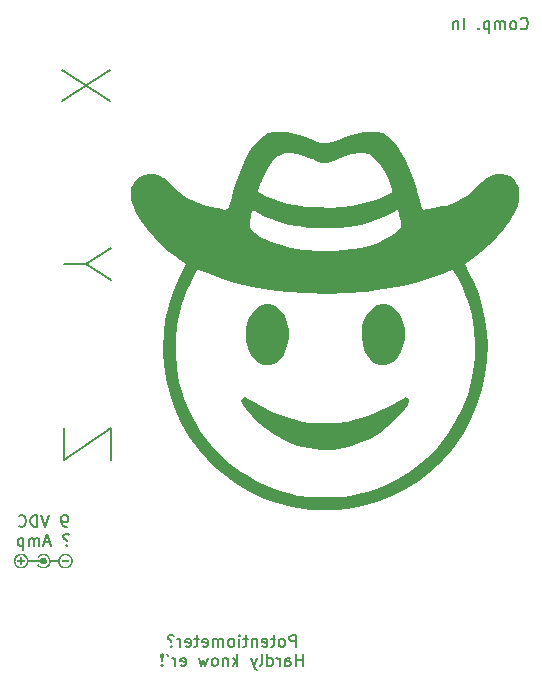
<source format=gbo>
%TF.GenerationSoftware,KiCad,Pcbnew,(5.99.0-9650-gad505e29c0)*%
%TF.CreationDate,2021-03-21T12:39:57-04:00*%
%TF.ProjectId,NTSCope,4e545343-6f70-4652-9e6b-696361645f70,rev?*%
%TF.SameCoordinates,Original*%
%TF.FileFunction,Legend,Bot*%
%TF.FilePolarity,Positive*%
%FSLAX46Y46*%
G04 Gerber Fmt 4.6, Leading zero omitted, Abs format (unit mm)*
G04 Created by KiCad (PCBNEW (5.99.0-9650-gad505e29c0)) date 2021-03-21 12:39:57*
%MOMM*%
%LPD*%
G01*
G04 APERTURE LIST*
%ADD10C,0.150000*%
G04 APERTURE END LIST*
D10*
X130016000Y-62893380D02*
X129825523Y-62893380D01*
X129730285Y-62845761D01*
X129682666Y-62798142D01*
X129587428Y-62655285D01*
X129539809Y-62464809D01*
X129539809Y-62083857D01*
X129587428Y-61988619D01*
X129635047Y-61941000D01*
X129730285Y-61893380D01*
X129920761Y-61893380D01*
X130016000Y-61941000D01*
X130063619Y-61988619D01*
X130111238Y-62083857D01*
X130111238Y-62321952D01*
X130063619Y-62417190D01*
X130016000Y-62464809D01*
X129920761Y-62512428D01*
X129730285Y-62512428D01*
X129635047Y-62464809D01*
X129587428Y-62417190D01*
X129539809Y-62321952D01*
X128492190Y-61893380D02*
X128158857Y-62893380D01*
X127825523Y-61893380D01*
X127492190Y-62893380D02*
X127492190Y-61893380D01*
X127254095Y-61893380D01*
X127111238Y-61941000D01*
X127016000Y-62036238D01*
X126968380Y-62131476D01*
X126920761Y-62321952D01*
X126920761Y-62464809D01*
X126968380Y-62655285D01*
X127016000Y-62750523D01*
X127111238Y-62845761D01*
X127254095Y-62893380D01*
X127492190Y-62893380D01*
X125920761Y-62798142D02*
X125968380Y-62845761D01*
X126111238Y-62893380D01*
X126206476Y-62893380D01*
X126349333Y-62845761D01*
X126444571Y-62750523D01*
X126492190Y-62655285D01*
X126539809Y-62464809D01*
X126539809Y-62321952D01*
X126492190Y-62131476D01*
X126444571Y-62036238D01*
X126349333Y-61941000D01*
X126206476Y-61893380D01*
X126111238Y-61893380D01*
X125968380Y-61941000D01*
X125920761Y-61988619D01*
X129992190Y-64408142D02*
X129944571Y-64455761D01*
X129992190Y-64503380D01*
X130039809Y-64455761D01*
X129992190Y-64408142D01*
X129992190Y-64503380D01*
X130182666Y-63551000D02*
X130087428Y-63503380D01*
X129849333Y-63503380D01*
X129754095Y-63551000D01*
X129706476Y-63646238D01*
X129706476Y-63741476D01*
X129754095Y-63836714D01*
X129801714Y-63884333D01*
X129896952Y-63931952D01*
X129944571Y-63979571D01*
X129992190Y-64074809D01*
X129992190Y-64122428D01*
X128563619Y-64217666D02*
X128087428Y-64217666D01*
X128658857Y-64503380D02*
X128325523Y-63503380D01*
X127992190Y-64503380D01*
X127658857Y-64503380D02*
X127658857Y-63836714D01*
X127658857Y-63931952D02*
X127611238Y-63884333D01*
X127516000Y-63836714D01*
X127373142Y-63836714D01*
X127277904Y-63884333D01*
X127230285Y-63979571D01*
X127230285Y-64503380D01*
X127230285Y-63979571D02*
X127182666Y-63884333D01*
X127087428Y-63836714D01*
X126944571Y-63836714D01*
X126849333Y-63884333D01*
X126801714Y-63979571D01*
X126801714Y-64503380D01*
X126325523Y-63836714D02*
X126325523Y-64836714D01*
X126325523Y-63884333D02*
X126230285Y-63836714D01*
X126039809Y-63836714D01*
X125944571Y-63884333D01*
X125896952Y-63931952D01*
X125849333Y-64027190D01*
X125849333Y-64312904D01*
X125896952Y-64408142D01*
X125944571Y-64455761D01*
X126039809Y-64503380D01*
X126230285Y-64503380D01*
X126325523Y-64455761D01*
X149422761Y-73053380D02*
X149422761Y-72053380D01*
X149041809Y-72053380D01*
X148946571Y-72101000D01*
X148898952Y-72148619D01*
X148851333Y-72243857D01*
X148851333Y-72386714D01*
X148898952Y-72481952D01*
X148946571Y-72529571D01*
X149041809Y-72577190D01*
X149422761Y-72577190D01*
X148279904Y-73053380D02*
X148375142Y-73005761D01*
X148422761Y-72958142D01*
X148470380Y-72862904D01*
X148470380Y-72577190D01*
X148422761Y-72481952D01*
X148375142Y-72434333D01*
X148279904Y-72386714D01*
X148137047Y-72386714D01*
X148041809Y-72434333D01*
X147994190Y-72481952D01*
X147946571Y-72577190D01*
X147946571Y-72862904D01*
X147994190Y-72958142D01*
X148041809Y-73005761D01*
X148137047Y-73053380D01*
X148279904Y-73053380D01*
X147660857Y-72386714D02*
X147279904Y-72386714D01*
X147518000Y-72053380D02*
X147518000Y-72910523D01*
X147470380Y-73005761D01*
X147375142Y-73053380D01*
X147279904Y-73053380D01*
X146565619Y-73005761D02*
X146660857Y-73053380D01*
X146851333Y-73053380D01*
X146946571Y-73005761D01*
X146994190Y-72910523D01*
X146994190Y-72529571D01*
X146946571Y-72434333D01*
X146851333Y-72386714D01*
X146660857Y-72386714D01*
X146565619Y-72434333D01*
X146518000Y-72529571D01*
X146518000Y-72624809D01*
X146994190Y-72720047D01*
X146089428Y-72386714D02*
X146089428Y-73053380D01*
X146089428Y-72481952D02*
X146041809Y-72434333D01*
X145946571Y-72386714D01*
X145803714Y-72386714D01*
X145708476Y-72434333D01*
X145660857Y-72529571D01*
X145660857Y-73053380D01*
X145327523Y-72386714D02*
X144946571Y-72386714D01*
X145184666Y-72053380D02*
X145184666Y-72910523D01*
X145137047Y-73005761D01*
X145041809Y-73053380D01*
X144946571Y-73053380D01*
X144613238Y-73053380D02*
X144613238Y-72386714D01*
X144613238Y-72053380D02*
X144660857Y-72101000D01*
X144613238Y-72148619D01*
X144565619Y-72101000D01*
X144613238Y-72053380D01*
X144613238Y-72148619D01*
X143994190Y-73053380D02*
X144089428Y-73005761D01*
X144137047Y-72958142D01*
X144184666Y-72862904D01*
X144184666Y-72577190D01*
X144137047Y-72481952D01*
X144089428Y-72434333D01*
X143994190Y-72386714D01*
X143851333Y-72386714D01*
X143756095Y-72434333D01*
X143708476Y-72481952D01*
X143660857Y-72577190D01*
X143660857Y-72862904D01*
X143708476Y-72958142D01*
X143756095Y-73005761D01*
X143851333Y-73053380D01*
X143994190Y-73053380D01*
X143232285Y-73053380D02*
X143232285Y-72386714D01*
X143232285Y-72481952D02*
X143184666Y-72434333D01*
X143089428Y-72386714D01*
X142946571Y-72386714D01*
X142851333Y-72434333D01*
X142803714Y-72529571D01*
X142803714Y-73053380D01*
X142803714Y-72529571D02*
X142756095Y-72434333D01*
X142660857Y-72386714D01*
X142518000Y-72386714D01*
X142422761Y-72434333D01*
X142375142Y-72529571D01*
X142375142Y-73053380D01*
X141518000Y-73005761D02*
X141613238Y-73053380D01*
X141803714Y-73053380D01*
X141898952Y-73005761D01*
X141946571Y-72910523D01*
X141946571Y-72529571D01*
X141898952Y-72434333D01*
X141803714Y-72386714D01*
X141613238Y-72386714D01*
X141518000Y-72434333D01*
X141470380Y-72529571D01*
X141470380Y-72624809D01*
X141946571Y-72720047D01*
X141184666Y-72386714D02*
X140803714Y-72386714D01*
X141041809Y-72053380D02*
X141041809Y-72910523D01*
X140994190Y-73005761D01*
X140898952Y-73053380D01*
X140803714Y-73053380D01*
X140089428Y-73005761D02*
X140184666Y-73053380D01*
X140375142Y-73053380D01*
X140470380Y-73005761D01*
X140518000Y-72910523D01*
X140518000Y-72529571D01*
X140470380Y-72434333D01*
X140375142Y-72386714D01*
X140184666Y-72386714D01*
X140089428Y-72434333D01*
X140041809Y-72529571D01*
X140041809Y-72624809D01*
X140518000Y-72720047D01*
X139613238Y-73053380D02*
X139613238Y-72386714D01*
X139613238Y-72577190D02*
X139565619Y-72481952D01*
X139518000Y-72434333D01*
X139422761Y-72386714D01*
X139327523Y-72386714D01*
X138851333Y-72958142D02*
X138803714Y-73005761D01*
X138851333Y-73053380D01*
X138898952Y-73005761D01*
X138851333Y-72958142D01*
X138851333Y-73053380D01*
X139041809Y-72101000D02*
X138946571Y-72053380D01*
X138708476Y-72053380D01*
X138613238Y-72101000D01*
X138565619Y-72196238D01*
X138565619Y-72291476D01*
X138613238Y-72386714D01*
X138660857Y-72434333D01*
X138756095Y-72481952D01*
X138803714Y-72529571D01*
X138851333Y-72624809D01*
X138851333Y-72672428D01*
X149970380Y-74663380D02*
X149970380Y-73663380D01*
X149970380Y-74139571D02*
X149398952Y-74139571D01*
X149398952Y-74663380D02*
X149398952Y-73663380D01*
X148494190Y-74663380D02*
X148494190Y-74139571D01*
X148541809Y-74044333D01*
X148637047Y-73996714D01*
X148827523Y-73996714D01*
X148922761Y-74044333D01*
X148494190Y-74615761D02*
X148589428Y-74663380D01*
X148827523Y-74663380D01*
X148922761Y-74615761D01*
X148970380Y-74520523D01*
X148970380Y-74425285D01*
X148922761Y-74330047D01*
X148827523Y-74282428D01*
X148589428Y-74282428D01*
X148494190Y-74234809D01*
X148018000Y-74663380D02*
X148018000Y-73996714D01*
X148018000Y-74187190D02*
X147970380Y-74091952D01*
X147922761Y-74044333D01*
X147827523Y-73996714D01*
X147732285Y-73996714D01*
X146970380Y-74663380D02*
X146970380Y-73663380D01*
X146970380Y-74615761D02*
X147065619Y-74663380D01*
X147256095Y-74663380D01*
X147351333Y-74615761D01*
X147398952Y-74568142D01*
X147446571Y-74472904D01*
X147446571Y-74187190D01*
X147398952Y-74091952D01*
X147351333Y-74044333D01*
X147256095Y-73996714D01*
X147065619Y-73996714D01*
X146970380Y-74044333D01*
X146351333Y-74663380D02*
X146446571Y-74615761D01*
X146494190Y-74520523D01*
X146494190Y-73663380D01*
X146065619Y-73996714D02*
X145827523Y-74663380D01*
X145589428Y-73996714D02*
X145827523Y-74663380D01*
X145922761Y-74901476D01*
X145970380Y-74949095D01*
X146065619Y-74996714D01*
X144446571Y-74663380D02*
X144446571Y-73663380D01*
X144351333Y-74282428D02*
X144065619Y-74663380D01*
X144065619Y-73996714D02*
X144446571Y-74377666D01*
X143637047Y-73996714D02*
X143637047Y-74663380D01*
X143637047Y-74091952D02*
X143589428Y-74044333D01*
X143494190Y-73996714D01*
X143351333Y-73996714D01*
X143256095Y-74044333D01*
X143208476Y-74139571D01*
X143208476Y-74663380D01*
X142589428Y-74663380D02*
X142684666Y-74615761D01*
X142732285Y-74568142D01*
X142779904Y-74472904D01*
X142779904Y-74187190D01*
X142732285Y-74091952D01*
X142684666Y-74044333D01*
X142589428Y-73996714D01*
X142446571Y-73996714D01*
X142351333Y-74044333D01*
X142303714Y-74091952D01*
X142256095Y-74187190D01*
X142256095Y-74472904D01*
X142303714Y-74568142D01*
X142351333Y-74615761D01*
X142446571Y-74663380D01*
X142589428Y-74663380D01*
X141922761Y-73996714D02*
X141732285Y-74663380D01*
X141541809Y-74187190D01*
X141351333Y-74663380D01*
X141160857Y-73996714D01*
X139637047Y-74615761D02*
X139732285Y-74663380D01*
X139922761Y-74663380D01*
X140018000Y-74615761D01*
X140065619Y-74520523D01*
X140065619Y-74139571D01*
X140018000Y-74044333D01*
X139922761Y-73996714D01*
X139732285Y-73996714D01*
X139637047Y-74044333D01*
X139589428Y-74139571D01*
X139589428Y-74234809D01*
X140065619Y-74330047D01*
X139160857Y-74663380D02*
X139160857Y-73996714D01*
X139160857Y-74187190D02*
X139113238Y-74091952D01*
X139065619Y-74044333D01*
X138970380Y-73996714D01*
X138875142Y-73996714D01*
X138494190Y-73663380D02*
X138589428Y-73853857D01*
X138065619Y-74568142D02*
X138018000Y-74615761D01*
X138065619Y-74663380D01*
X138113238Y-74615761D01*
X138065619Y-74568142D01*
X138065619Y-74663380D01*
X138065619Y-74282428D02*
X138113238Y-73711000D01*
X138065619Y-73663380D01*
X138018000Y-73711000D01*
X138065619Y-74282428D01*
X138065619Y-73663380D01*
X168433428Y-20677142D02*
X168481047Y-20724761D01*
X168623904Y-20772380D01*
X168719142Y-20772380D01*
X168862000Y-20724761D01*
X168957238Y-20629523D01*
X169004857Y-20534285D01*
X169052476Y-20343809D01*
X169052476Y-20200952D01*
X169004857Y-20010476D01*
X168957238Y-19915238D01*
X168862000Y-19820000D01*
X168719142Y-19772380D01*
X168623904Y-19772380D01*
X168481047Y-19820000D01*
X168433428Y-19867619D01*
X167862000Y-20772380D02*
X167957238Y-20724761D01*
X168004857Y-20677142D01*
X168052476Y-20581904D01*
X168052476Y-20296190D01*
X168004857Y-20200952D01*
X167957238Y-20153333D01*
X167862000Y-20105714D01*
X167719142Y-20105714D01*
X167623904Y-20153333D01*
X167576285Y-20200952D01*
X167528666Y-20296190D01*
X167528666Y-20581904D01*
X167576285Y-20677142D01*
X167623904Y-20724761D01*
X167719142Y-20772380D01*
X167862000Y-20772380D01*
X167100095Y-20772380D02*
X167100095Y-20105714D01*
X167100095Y-20200952D02*
X167052476Y-20153333D01*
X166957238Y-20105714D01*
X166814380Y-20105714D01*
X166719142Y-20153333D01*
X166671523Y-20248571D01*
X166671523Y-20772380D01*
X166671523Y-20248571D02*
X166623904Y-20153333D01*
X166528666Y-20105714D01*
X166385809Y-20105714D01*
X166290571Y-20153333D01*
X166242952Y-20248571D01*
X166242952Y-20772380D01*
X165766761Y-20105714D02*
X165766761Y-21105714D01*
X165766761Y-20153333D02*
X165671523Y-20105714D01*
X165481047Y-20105714D01*
X165385809Y-20153333D01*
X165338190Y-20200952D01*
X165290571Y-20296190D01*
X165290571Y-20581904D01*
X165338190Y-20677142D01*
X165385809Y-20724761D01*
X165481047Y-20772380D01*
X165671523Y-20772380D01*
X165766761Y-20724761D01*
X164862000Y-20677142D02*
X164814380Y-20724761D01*
X164862000Y-20772380D01*
X164909619Y-20724761D01*
X164862000Y-20677142D01*
X164862000Y-20772380D01*
X163623904Y-20772380D02*
X163623904Y-19772380D01*
X163147714Y-20105714D02*
X163147714Y-20772380D01*
X163147714Y-20200952D02*
X163100095Y-20153333D01*
X163004857Y-20105714D01*
X162862000Y-20105714D01*
X162766761Y-20153333D01*
X162719142Y-20248571D01*
X162719142Y-20772380D01*
X133762476Y-57213333D02*
X133762476Y-54546666D01*
X129762476Y-57213333D01*
X129762476Y-54546666D01*
X131667238Y-40640000D02*
X129762476Y-40640000D01*
X133762476Y-41973333D02*
X131667238Y-40640000D01*
X133762476Y-39306666D01*
X129635523Y-24193666D02*
X133635523Y-26860333D01*
X129635523Y-26860333D02*
X133635523Y-24193666D01*
%TO.C,G\u002A\u002A\u002A*%
G36*
X166441584Y-38365958D02*
G01*
X165783578Y-39031264D01*
X165070324Y-39648007D01*
X164317044Y-40198474D01*
X163676558Y-40624863D01*
X164095525Y-41437923D01*
X164447255Y-42160786D01*
X164871397Y-43196523D01*
X165195276Y-44234299D01*
X165429844Y-45311035D01*
X165586051Y-46463656D01*
X165642279Y-47379865D01*
X165646643Y-47450974D01*
X165612335Y-48751945D01*
X165451916Y-50048009D01*
X165168741Y-51327316D01*
X164766164Y-52578013D01*
X164247540Y-53788249D01*
X163616223Y-54946172D01*
X162875567Y-56039932D01*
X162620208Y-56359479D01*
X162264324Y-56767413D01*
X161861666Y-57200449D01*
X161441937Y-57627606D01*
X161034841Y-58017900D01*
X160670083Y-58340350D01*
X159836102Y-58980847D01*
X158720732Y-59690008D01*
X157536788Y-60291367D01*
X156295574Y-60779972D01*
X155008392Y-61150874D01*
X153686547Y-61399120D01*
X153570693Y-61413924D01*
X153061160Y-61458224D01*
X152471138Y-61483784D01*
X151841119Y-61490609D01*
X151211596Y-61478703D01*
X150623059Y-61448071D01*
X150116000Y-61398718D01*
X149093639Y-61224976D01*
X147813910Y-60890071D01*
X146567185Y-60432527D01*
X145366324Y-59857919D01*
X144224189Y-59171825D01*
X143153639Y-58379820D01*
X143045475Y-58288984D01*
X142696717Y-57973612D01*
X142307319Y-57595381D01*
X141905782Y-57183961D01*
X141520604Y-56769026D01*
X141180284Y-56380246D01*
X140913320Y-56047294D01*
X140384285Y-55289109D01*
X139709097Y-54132429D01*
X139150352Y-52923538D01*
X138710785Y-51672120D01*
X138393130Y-50387863D01*
X138200123Y-49080453D01*
X138158385Y-48240353D01*
X139218633Y-48240353D01*
X139313531Y-49437493D01*
X139515540Y-50601672D01*
X139824577Y-51709851D01*
X139865449Y-51827637D01*
X140092084Y-52409858D01*
X140370363Y-53037548D01*
X140679139Y-53667129D01*
X140997265Y-54255026D01*
X141303595Y-54757660D01*
X141568343Y-55140619D01*
X142249599Y-55996735D01*
X143022592Y-56816297D01*
X143858795Y-57570391D01*
X144729681Y-58230107D01*
X145222467Y-58546981D01*
X146044130Y-59002263D01*
X146925068Y-59414862D01*
X147829332Y-59769781D01*
X148720971Y-60052026D01*
X149564034Y-60246601D01*
X149870138Y-60291183D01*
X150327984Y-60336212D01*
X150856691Y-60371681D01*
X151422665Y-60396523D01*
X151992311Y-60409669D01*
X152532034Y-60410050D01*
X153008239Y-60396597D01*
X153387332Y-60368240D01*
X153548102Y-60348708D01*
X154643376Y-60149222D01*
X155754355Y-59837173D01*
X156853504Y-59422744D01*
X157913291Y-58916117D01*
X158906180Y-58327471D01*
X159566851Y-57859482D01*
X160532554Y-57044407D01*
X161414125Y-56133051D01*
X162204510Y-55134654D01*
X162896658Y-54058452D01*
X163483515Y-52913687D01*
X163958028Y-51709595D01*
X164177515Y-50974608D01*
X164419621Y-49807503D01*
X164549990Y-48602396D01*
X164568632Y-47379865D01*
X164475556Y-46160494D01*
X164270773Y-44964861D01*
X163954291Y-43813548D01*
X163886108Y-43619583D01*
X163755536Y-43284140D01*
X163601215Y-42918128D01*
X163432474Y-42540727D01*
X163258644Y-42171116D01*
X163089055Y-41828473D01*
X162933035Y-41531978D01*
X162799915Y-41300808D01*
X162699024Y-41154143D01*
X162639693Y-41111162D01*
X161612650Y-41533240D01*
X160542976Y-41922041D01*
X159501726Y-42241019D01*
X158452048Y-42500265D01*
X157357090Y-42709869D01*
X156180002Y-42879923D01*
X155336607Y-42974790D01*
X153659120Y-43102472D01*
X151992617Y-43150055D01*
X150349912Y-43118891D01*
X148743822Y-43010332D01*
X147187162Y-42825728D01*
X145692747Y-42566433D01*
X144273395Y-42233797D01*
X142941920Y-41829173D01*
X141711138Y-41353911D01*
X141417955Y-41231839D01*
X141216180Y-41162043D01*
X141095729Y-41143150D01*
X141037947Y-41170064D01*
X140924643Y-41360399D01*
X140771960Y-41653162D01*
X140595725Y-42015878D01*
X140408380Y-42421024D01*
X140222368Y-42841078D01*
X140050133Y-43248518D01*
X139904116Y-43615821D01*
X139796760Y-43915466D01*
X139577423Y-44681576D01*
X139350496Y-45839355D01*
X139230927Y-47033294D01*
X139218633Y-48240353D01*
X138158385Y-48240353D01*
X138134499Y-47759574D01*
X138198993Y-46434913D01*
X138344242Y-45375115D01*
X138633970Y-44103015D01*
X139049113Y-42860007D01*
X139593438Y-41633123D01*
X140100679Y-40616309D01*
X139562854Y-40265467D01*
X139402151Y-40158392D01*
X138676208Y-39618395D01*
X137985741Y-39015020D01*
X137345872Y-38365814D01*
X136771723Y-37688321D01*
X136532440Y-37354487D01*
X145477608Y-37354487D01*
X145483816Y-37460415D01*
X145515469Y-37541336D01*
X145572235Y-37626591D01*
X145641956Y-37716646D01*
X145962068Y-38023466D01*
X146393447Y-38319735D01*
X146919271Y-38598153D01*
X147522715Y-38851422D01*
X148186955Y-39072242D01*
X148895167Y-39253314D01*
X149630526Y-39387338D01*
X149951043Y-39426306D01*
X150469850Y-39469677D01*
X151053341Y-39501604D01*
X151662527Y-39520956D01*
X152258417Y-39526606D01*
X152802021Y-39517424D01*
X153254348Y-39492280D01*
X153391236Y-39479930D01*
X154173645Y-39384111D01*
X154932919Y-39250690D01*
X155614819Y-39088935D01*
X155846151Y-39018976D01*
X156331257Y-38838144D01*
X156813641Y-38617825D01*
X157268019Y-38372265D01*
X157669108Y-38115708D01*
X157991624Y-37862402D01*
X158210283Y-37626591D01*
X158246707Y-37574230D01*
X158288737Y-37495077D01*
X158305457Y-37402994D01*
X158296538Y-37268641D01*
X158261649Y-37062677D01*
X158200457Y-36755762D01*
X158154832Y-36535269D01*
X158101006Y-36287719D01*
X158060101Y-36114361D01*
X158038515Y-36043337D01*
X158034779Y-36041477D01*
X157959827Y-36069441D01*
X157829511Y-36151276D01*
X157735743Y-36215104D01*
X157238042Y-36498607D01*
X156638090Y-36767603D01*
X155960997Y-37013671D01*
X155231875Y-37228390D01*
X154475834Y-37403338D01*
X153717986Y-37530094D01*
X153187622Y-37586355D01*
X152308230Y-37628854D01*
X151388383Y-37619684D01*
X150469572Y-37560774D01*
X149593289Y-37454053D01*
X148801026Y-37301450D01*
X148571281Y-37243792D01*
X147968187Y-37065665D01*
X147374089Y-36854957D01*
X146819712Y-36624075D01*
X146335777Y-36385424D01*
X145953007Y-36151411D01*
X145931631Y-36136559D01*
X145806832Y-36061286D01*
X145744003Y-36043337D01*
X145729596Y-36086938D01*
X145692741Y-36238318D01*
X145641431Y-36470640D01*
X145582061Y-36755762D01*
X145542851Y-36950251D01*
X145497176Y-37194212D01*
X145477608Y-37354487D01*
X136532440Y-37354487D01*
X136278417Y-37000089D01*
X135881078Y-36318663D01*
X135594827Y-35661589D01*
X135536512Y-35462595D01*
X135471432Y-35076921D01*
X135452849Y-34678512D01*
X135481751Y-34312759D01*
X135559129Y-34025055D01*
X135591231Y-33955058D01*
X135847887Y-33557689D01*
X136177476Y-33264801D01*
X136566566Y-33080862D01*
X137001729Y-33010342D01*
X137469532Y-33057707D01*
X137956546Y-33227427D01*
X138005500Y-33251008D01*
X138241549Y-33382120D01*
X138469008Y-33545071D01*
X138718442Y-33763854D01*
X139020420Y-34062459D01*
X139276417Y-34316496D01*
X139533109Y-34557077D01*
X139758463Y-34754823D01*
X139922673Y-34882643D01*
X140172448Y-35041717D01*
X140923438Y-35420223D01*
X141771800Y-35716227D01*
X142710437Y-35927072D01*
X142788688Y-35940527D01*
X143141947Y-36001279D01*
X143390649Y-36031870D01*
X143558084Y-36019542D01*
X143667538Y-35951541D01*
X143742299Y-35815109D01*
X143805655Y-35597491D01*
X143880894Y-35285931D01*
X144085143Y-34513937D01*
X146172934Y-34513937D01*
X146201564Y-34550822D01*
X146320884Y-34634763D01*
X146501445Y-34735369D01*
X146809165Y-34883049D01*
X147731384Y-35242574D01*
X148743984Y-35525867D01*
X149830002Y-35727870D01*
X150298019Y-35785410D01*
X151271118Y-35853975D01*
X152270559Y-35863216D01*
X153247759Y-35813393D01*
X154154138Y-35704766D01*
X154816590Y-35576619D01*
X155513172Y-35400426D01*
X156182357Y-35191432D01*
X156788950Y-34960674D01*
X157297754Y-34719186D01*
X157314720Y-34709984D01*
X157459143Y-34627087D01*
X157546653Y-34549355D01*
X157579045Y-34450945D01*
X157558115Y-34306016D01*
X157485659Y-34088726D01*
X157363471Y-33773234D01*
X157202661Y-33390827D01*
X156914948Y-32814309D01*
X156604886Y-32308962D01*
X156283222Y-31889836D01*
X155960700Y-31571983D01*
X155648065Y-31370453D01*
X155587031Y-31344917D01*
X155197643Y-31258164D01*
X154727006Y-31261112D01*
X154187631Y-31351818D01*
X153592027Y-31528342D01*
X152952706Y-31788742D01*
X152757294Y-31875219D01*
X152349452Y-32022620D01*
X151991314Y-32087672D01*
X151644349Y-32070377D01*
X151270025Y-31970733D01*
X150829812Y-31788742D01*
X150694151Y-31727891D01*
X150063732Y-31484864D01*
X149480223Y-31326027D01*
X148955953Y-31253279D01*
X148503253Y-31268520D01*
X148134453Y-31373648D01*
X147754300Y-31619582D01*
X147385894Y-31998487D01*
X147032175Y-32508696D01*
X146693530Y-33149733D01*
X146636007Y-33274746D01*
X146498934Y-33589500D01*
X146372978Y-33899916D01*
X146269251Y-34176874D01*
X146198866Y-34391255D01*
X146172934Y-34513937D01*
X144085143Y-34513937D01*
X144087977Y-34503226D01*
X144392334Y-33530818D01*
X144726352Y-32642554D01*
X145085528Y-31848165D01*
X145465359Y-31157380D01*
X145861344Y-30579929D01*
X146268980Y-30125540D01*
X146271029Y-30123603D01*
X146662691Y-29800125D01*
X147048095Y-29588272D01*
X147462719Y-29473537D01*
X147942041Y-29441412D01*
X147969919Y-29441679D01*
X148332909Y-29453537D01*
X148669031Y-29484784D01*
X149002905Y-29541442D01*
X149359147Y-29629534D01*
X149762374Y-29755082D01*
X150237204Y-29924110D01*
X150808255Y-30142641D01*
X151196427Y-30278553D01*
X151637349Y-30375440D01*
X152052627Y-30385083D01*
X152484264Y-30307484D01*
X152974263Y-30142641D01*
X153019201Y-30125093D01*
X153582488Y-29910334D01*
X154051330Y-29744644D01*
X154450344Y-29621999D01*
X154804149Y-29536375D01*
X155137361Y-29481752D01*
X155474598Y-29452105D01*
X155840477Y-29441412D01*
X155843113Y-29441391D01*
X156322020Y-29473896D01*
X156736408Y-29589084D01*
X157121754Y-29801463D01*
X157513538Y-30125540D01*
X157854843Y-30497097D01*
X158248960Y-31049507D01*
X158628684Y-31714713D01*
X158988979Y-32481837D01*
X159324807Y-33339999D01*
X159631133Y-34278323D01*
X159677695Y-34450945D01*
X159902919Y-35285931D01*
X159960916Y-35521884D01*
X160025324Y-35764760D01*
X160077331Y-35915460D01*
X160127567Y-35995929D01*
X160186664Y-36028116D01*
X160265252Y-36033967D01*
X160402442Y-36025457D01*
X160678652Y-35988904D01*
X161022361Y-35930027D01*
X161398148Y-35855927D01*
X161770593Y-35773705D01*
X162104274Y-35690462D01*
X162363772Y-35613296D01*
X162924418Y-35400069D01*
X163409726Y-35160954D01*
X163854439Y-34873404D01*
X164293561Y-34514784D01*
X164762098Y-34062459D01*
X165182743Y-33662435D01*
X165576132Y-33360847D01*
X165950422Y-33158773D01*
X166324938Y-33045836D01*
X166719008Y-33011658D01*
X166825325Y-33015317D01*
X167273575Y-33107093D01*
X167667953Y-33314445D01*
X167993091Y-33626995D01*
X168233619Y-34034367D01*
X168275214Y-34154421D01*
X168331151Y-34502007D01*
X168330149Y-34907586D01*
X168273963Y-35328413D01*
X168164347Y-35721745D01*
X167931868Y-36255810D01*
X167530952Y-36960517D01*
X167217890Y-37402994D01*
X167029116Y-37669805D01*
X166441584Y-38365958D01*
G37*
G36*
X145336516Y-52036392D02*
G01*
X145674243Y-52231886D01*
X145837029Y-52335241D01*
X146577028Y-52750438D01*
X147403497Y-53139045D01*
X148279211Y-53485996D01*
X149166947Y-53776225D01*
X150029479Y-53994664D01*
X150104950Y-54010377D01*
X150405739Y-54065386D01*
X150699893Y-54103346D01*
X151022283Y-54127029D01*
X151407781Y-54139206D01*
X151891259Y-54142649D01*
X152015612Y-54142478D01*
X152472912Y-54137231D01*
X152840434Y-54122597D01*
X153153048Y-54095806D01*
X153445626Y-54054086D01*
X153753039Y-53994664D01*
X154603083Y-53780189D01*
X155544964Y-53471216D01*
X156473341Y-53097482D01*
X157348741Y-52674990D01*
X158131690Y-52219739D01*
X158201893Y-52174772D01*
X158426803Y-52038556D01*
X158581036Y-51965965D01*
X158694377Y-51945644D01*
X158796612Y-51966236D01*
X158902928Y-52018378D01*
X158993376Y-52141087D01*
X158983105Y-52319306D01*
X158870750Y-52561814D01*
X158654947Y-52877390D01*
X158580375Y-52973478D01*
X158274827Y-53332577D01*
X157911005Y-53720966D01*
X157523087Y-54104476D01*
X157145252Y-54448937D01*
X156811678Y-54720180D01*
X156501723Y-54939220D01*
X155666408Y-55432462D01*
X154775197Y-55833297D01*
X153857671Y-56129571D01*
X152943413Y-56309133D01*
X152518477Y-56353021D01*
X151496345Y-56366569D01*
X150489754Y-56251331D01*
X149506991Y-56010241D01*
X148556348Y-55646229D01*
X147646115Y-55162230D01*
X146784580Y-54561175D01*
X145980035Y-53845997D01*
X145683734Y-53536997D01*
X145394863Y-53208155D01*
X145145578Y-52896152D01*
X144950014Y-52619752D01*
X144822309Y-52397716D01*
X144776599Y-52248807D01*
X144802886Y-52070740D01*
X144903055Y-51955777D01*
X145080192Y-51944342D01*
X145336516Y-52036392D01*
G37*
G36*
X157067884Y-44059750D02*
G01*
X157441830Y-44197711D01*
X157791576Y-44451264D01*
X158106041Y-44816802D01*
X158374141Y-45290717D01*
X158466064Y-45517083D01*
X158600212Y-46035165D01*
X158646071Y-46567083D01*
X158609784Y-47095220D01*
X158497499Y-47601961D01*
X158315358Y-48069688D01*
X158069509Y-48480784D01*
X157766095Y-48817633D01*
X157411262Y-49062618D01*
X157011154Y-49198123D01*
X156792634Y-49217954D01*
X156403800Y-49158457D01*
X156040017Y-48985138D01*
X155711874Y-48710217D01*
X155429955Y-48345916D01*
X155204850Y-47904455D01*
X155047145Y-47398057D01*
X154967426Y-46838941D01*
X154959912Y-46544424D01*
X155022587Y-45927041D01*
X155189596Y-45363131D01*
X155455438Y-44868153D01*
X155814614Y-44457565D01*
X155911684Y-44375497D01*
X156291728Y-44145035D01*
X156680823Y-44040989D01*
X157067884Y-44059750D01*
G37*
G36*
X147238649Y-44061841D02*
G01*
X147604312Y-44198529D01*
X147967904Y-44457565D01*
X148134342Y-44623734D01*
X148454147Y-45073258D01*
X148677881Y-45601364D01*
X148800453Y-46193785D01*
X148816771Y-46836252D01*
X148751828Y-47345388D01*
X148598721Y-47876512D01*
X148370481Y-48338677D01*
X148076467Y-48717240D01*
X147726034Y-48997559D01*
X147328541Y-49164992D01*
X147026860Y-49206860D01*
X146622052Y-49155832D01*
X146239919Y-48988060D01*
X145894718Y-48712922D01*
X145600705Y-48339796D01*
X145372138Y-47878061D01*
X145308549Y-47696200D01*
X145182635Y-47164841D01*
X145140376Y-46642866D01*
X145173980Y-46140545D01*
X145275653Y-45668147D01*
X145437601Y-45235941D01*
X145652031Y-44854197D01*
X145911151Y-44533185D01*
X146207166Y-44283174D01*
X146532283Y-44114433D01*
X146878708Y-44037233D01*
X147238649Y-44061841D01*
G37*
G36*
X130513593Y-65840051D02*
G01*
X130512971Y-65859838D01*
X130511910Y-65876093D01*
X130510305Y-65890331D01*
X130508052Y-65904069D01*
X130505045Y-65918821D01*
X130504156Y-65922867D01*
X130485801Y-65989412D01*
X130461281Y-66052820D01*
X130430991Y-66112399D01*
X130395324Y-66167459D01*
X130354677Y-66217307D01*
X130309443Y-66261253D01*
X130265760Y-66295776D01*
X130207533Y-66333207D01*
X130145730Y-66363791D01*
X130080068Y-66387665D01*
X130010263Y-66404964D01*
X130007590Y-66405446D01*
X129989592Y-66407569D01*
X129964378Y-66409163D01*
X129932434Y-66410206D01*
X129894243Y-66410672D01*
X129881118Y-66410710D01*
X129852557Y-66410612D01*
X129829668Y-66410163D01*
X129810917Y-66409271D01*
X129794771Y-66407848D01*
X129779697Y-66405804D01*
X129764159Y-66403048D01*
X129723754Y-66393881D01*
X129658589Y-66373005D01*
X129596929Y-66345530D01*
X129539198Y-66311825D01*
X129485824Y-66272260D01*
X129437231Y-66227207D01*
X129393848Y-66177033D01*
X129356099Y-66122110D01*
X129324411Y-66062807D01*
X129299210Y-65999495D01*
X129298889Y-65998532D01*
X129291891Y-65976017D01*
X129285202Y-65951870D01*
X129279248Y-65927904D01*
X129274454Y-65905928D01*
X129271244Y-65887754D01*
X129270044Y-65875193D01*
X129270176Y-65871596D01*
X129270422Y-65867942D01*
X129270294Y-65864781D01*
X129269297Y-65862078D01*
X129266934Y-65859797D01*
X129262711Y-65857901D01*
X129256129Y-65856357D01*
X129246695Y-65855129D01*
X129233911Y-65854180D01*
X129217282Y-65853475D01*
X129196312Y-65852980D01*
X129170505Y-65852658D01*
X129139364Y-65852475D01*
X129102395Y-65852393D01*
X129059100Y-65852379D01*
X129008985Y-65852397D01*
X128951553Y-65852411D01*
X128637865Y-65852411D01*
X128635234Y-65872920D01*
X128632117Y-65893776D01*
X128618084Y-65954867D01*
X128596736Y-66016828D01*
X128568290Y-66078987D01*
X128548115Y-66115244D01*
X128509497Y-66172168D01*
X128465215Y-66223863D01*
X128415540Y-66270115D01*
X128360745Y-66310707D01*
X128301101Y-66345423D01*
X128236879Y-66374048D01*
X128168353Y-66396365D01*
X128167154Y-66396689D01*
X128152818Y-66400469D01*
X128140467Y-66403371D01*
X128128702Y-66405532D01*
X128116122Y-66407092D01*
X128101330Y-66408189D01*
X128082924Y-66408961D01*
X128059504Y-66409548D01*
X128029672Y-66410086D01*
X128019286Y-66410255D01*
X127990711Y-66410612D01*
X127968092Y-66410640D01*
X127950015Y-66410270D01*
X127935070Y-66409430D01*
X127921844Y-66408050D01*
X127908924Y-66406061D01*
X127894899Y-66403392D01*
X127892677Y-66402941D01*
X127824144Y-66385082D01*
X127759226Y-66360376D01*
X127698136Y-66328933D01*
X127641087Y-66290861D01*
X127588290Y-66246268D01*
X127584094Y-66242258D01*
X127568724Y-66226921D01*
X127553061Y-66210436D01*
X127538073Y-66193916D01*
X127524728Y-66178474D01*
X127513997Y-66165224D01*
X127506848Y-66155277D01*
X127504249Y-66149747D01*
X127504303Y-66149583D01*
X127508028Y-66146101D01*
X127516725Y-66139311D01*
X127529142Y-66130096D01*
X127544028Y-66119336D01*
X127560130Y-66107914D01*
X127576197Y-66096710D01*
X127590976Y-66086607D01*
X127603215Y-66078486D01*
X127611662Y-66073228D01*
X127615066Y-66071716D01*
X127619196Y-66077294D01*
X127631287Y-66092315D01*
X127645952Y-66109357D01*
X127661355Y-66126371D01*
X127675657Y-66141303D01*
X127687024Y-66152101D01*
X127719901Y-66178753D01*
X127770417Y-66212655D01*
X127822543Y-66239168D01*
X127876873Y-66258534D01*
X127933999Y-66270993D01*
X127994514Y-66276785D01*
X128032482Y-66277046D01*
X128093986Y-66271647D01*
X128152700Y-66258960D01*
X128208550Y-66239013D01*
X128261463Y-66211834D01*
X128311364Y-66177452D01*
X128358181Y-66135895D01*
X128393683Y-66097018D01*
X128428525Y-66049287D01*
X128456761Y-65998182D01*
X128478812Y-65942930D01*
X128495095Y-65882757D01*
X128496613Y-65874823D01*
X128499932Y-65848154D01*
X128501823Y-65817078D01*
X128502284Y-65784013D01*
X128502105Y-65777977D01*
X129406661Y-65777977D01*
X129406882Y-65813968D01*
X129408816Y-65847848D01*
X129412467Y-65876861D01*
X129414272Y-65886584D01*
X129429719Y-65946190D01*
X129451815Y-66002133D01*
X129480151Y-66054016D01*
X129514317Y-66101444D01*
X129553905Y-66144021D01*
X129598505Y-66181350D01*
X129647708Y-66213035D01*
X129701105Y-66238681D01*
X129758287Y-66257891D01*
X129818845Y-66270269D01*
X129820898Y-66270549D01*
X129843872Y-66272615D01*
X129871479Y-66273640D01*
X129901239Y-66273660D01*
X129930673Y-66272709D01*
X129957301Y-66270822D01*
X129978644Y-66268033D01*
X130014188Y-66260370D01*
X130072954Y-66241804D01*
X130127752Y-66216820D01*
X130178205Y-66185737D01*
X130223936Y-66148877D01*
X130264569Y-66106560D01*
X130299728Y-66059106D01*
X130329036Y-66006837D01*
X130352116Y-65950073D01*
X130354346Y-65943213D01*
X130365776Y-65897809D01*
X130373232Y-65848383D01*
X130376538Y-65797359D01*
X130375521Y-65747160D01*
X130370008Y-65700210D01*
X130362157Y-65663619D01*
X130343676Y-65606079D01*
X130318594Y-65552090D01*
X130287311Y-65502119D01*
X130250229Y-65456636D01*
X130207751Y-65416109D01*
X130160278Y-65381008D01*
X130108212Y-65351801D01*
X130051955Y-65328958D01*
X130011787Y-65317515D01*
X129953747Y-65307352D01*
X129894373Y-65303845D01*
X129834868Y-65306911D01*
X129776439Y-65316472D01*
X129720287Y-65332444D01*
X129667619Y-65354749D01*
X129643284Y-65367890D01*
X129593199Y-65401198D01*
X129548215Y-65440117D01*
X129508703Y-65484142D01*
X129475033Y-65532769D01*
X129447576Y-65585496D01*
X129426701Y-65641819D01*
X129412780Y-65701234D01*
X129411336Y-65710677D01*
X129408147Y-65742628D01*
X129406661Y-65777977D01*
X128502105Y-65777977D01*
X128501316Y-65751376D01*
X128498920Y-65721585D01*
X128495095Y-65697057D01*
X128490591Y-65677972D01*
X128479892Y-65641074D01*
X128467228Y-65605722D01*
X128453663Y-65575050D01*
X128444295Y-65557226D01*
X128411870Y-65505975D01*
X128374380Y-65460113D01*
X128332411Y-65419794D01*
X128286544Y-65385173D01*
X128237362Y-65356405D01*
X128185448Y-65333644D01*
X128131385Y-65317044D01*
X128075756Y-65306759D01*
X128019144Y-65302946D01*
X127962132Y-65305757D01*
X127905302Y-65315348D01*
X127849237Y-65331872D01*
X127794521Y-65355486D01*
X127741736Y-65386342D01*
X127727864Y-65396350D01*
X127706979Y-65413268D01*
X127684921Y-65432779D01*
X127663590Y-65453123D01*
X127644886Y-65472539D01*
X127630705Y-65489268D01*
X127623494Y-65498291D01*
X127616760Y-65505768D01*
X127613081Y-65508640D01*
X127611461Y-65507964D01*
X127604347Y-65503684D01*
X127592976Y-65496257D01*
X127578678Y-65486609D01*
X127562784Y-65475668D01*
X127546625Y-65464360D01*
X127531531Y-65453612D01*
X127518832Y-65444352D01*
X127509861Y-65437506D01*
X127505946Y-65434002D01*
X127505557Y-65431784D01*
X127508685Y-65423711D01*
X127516535Y-65411779D01*
X127528309Y-65396848D01*
X127543211Y-65379780D01*
X127560443Y-65361438D01*
X127579208Y-65342684D01*
X127598710Y-65324380D01*
X127618150Y-65307387D01*
X127636732Y-65292569D01*
X127638093Y-65291548D01*
X127695552Y-65253272D01*
X127756391Y-65221587D01*
X127819898Y-65196687D01*
X127885365Y-65178769D01*
X127952081Y-65168028D01*
X128019336Y-65164661D01*
X128086419Y-65168859D01*
X128091475Y-65169508D01*
X128121766Y-65174608D01*
X128155498Y-65181939D01*
X128189863Y-65190789D01*
X128222054Y-65200444D01*
X128249264Y-65210192D01*
X128290044Y-65228386D01*
X128348701Y-65261386D01*
X128403279Y-65300467D01*
X128453331Y-65345062D01*
X128498410Y-65394605D01*
X128538068Y-65448530D01*
X128571857Y-65506269D01*
X128599331Y-65567257D01*
X128620042Y-65630926D01*
X128633543Y-65696712D01*
X128638030Y-65727403D01*
X128951636Y-65727403D01*
X128999212Y-65727412D01*
X129050603Y-65727429D01*
X129095083Y-65727421D01*
X129133149Y-65727352D01*
X129165296Y-65727189D01*
X129192020Y-65726897D01*
X129213819Y-65726442D01*
X129231187Y-65725790D01*
X129244621Y-65724906D01*
X129254616Y-65723756D01*
X129261669Y-65722305D01*
X129266277Y-65720520D01*
X129268934Y-65718366D01*
X129270137Y-65715809D01*
X129270382Y-65712813D01*
X129270166Y-65709346D01*
X129269983Y-65705372D01*
X129270239Y-65700514D01*
X129272315Y-65685615D01*
X129276119Y-65665992D01*
X129281219Y-65643493D01*
X129287183Y-65619969D01*
X129293576Y-65597270D01*
X129299966Y-65577243D01*
X129305431Y-65562266D01*
X129319228Y-65529036D01*
X129335208Y-65495254D01*
X129352046Y-65463640D01*
X129368416Y-65436911D01*
X129409734Y-65382167D01*
X129456558Y-65332806D01*
X129508486Y-65289220D01*
X129565265Y-65251576D01*
X129626645Y-65220041D01*
X129692374Y-65194781D01*
X129762201Y-65175964D01*
X129774362Y-65173455D01*
X129788190Y-65171073D01*
X129802249Y-65169358D01*
X129818055Y-65168207D01*
X129837124Y-65167513D01*
X129860972Y-65167174D01*
X129891115Y-65167084D01*
X129914418Y-65167134D01*
X129939777Y-65167406D01*
X129959947Y-65168009D01*
X129976427Y-65169042D01*
X129990716Y-65170609D01*
X130004314Y-65172810D01*
X130018718Y-65175748D01*
X130056101Y-65184915D01*
X130124369Y-65207322D01*
X130188024Y-65235908D01*
X130246848Y-65270456D01*
X130300622Y-65310749D01*
X130349130Y-65356569D01*
X130392154Y-65407701D01*
X130429476Y-65463926D01*
X130460880Y-65525027D01*
X130486146Y-65590789D01*
X130505058Y-65660993D01*
X130507567Y-65673154D01*
X130509949Y-65686982D01*
X130511664Y-65701041D01*
X130512815Y-65716847D01*
X130513509Y-65735916D01*
X130513848Y-65759764D01*
X130513938Y-65789907D01*
X130513921Y-65797359D01*
X130513879Y-65815216D01*
X130513593Y-65840051D01*
G37*
G36*
X128303331Y-65839835D02*
G01*
X128292874Y-65882680D01*
X128276015Y-65923765D01*
X128252718Y-65962251D01*
X128222943Y-65997301D01*
X128188240Y-66026752D01*
X128149810Y-66049934D01*
X128108585Y-66066791D01*
X128065459Y-66077304D01*
X128021329Y-66081452D01*
X127977089Y-66079218D01*
X127933634Y-66070580D01*
X127891859Y-66055521D01*
X127852659Y-66034020D01*
X127816929Y-66006059D01*
X127795392Y-65983707D01*
X127773333Y-65955205D01*
X127754798Y-65925050D01*
X127740888Y-65895061D01*
X127732704Y-65867055D01*
X127729956Y-65852411D01*
X126762915Y-65852411D01*
X126758336Y-65884639D01*
X126748642Y-65937457D01*
X126729735Y-66003707D01*
X126703828Y-66066498D01*
X126670953Y-66125765D01*
X126631142Y-66181443D01*
X126584426Y-66233468D01*
X126570360Y-66247145D01*
X126517585Y-66291935D01*
X126461395Y-66329742D01*
X126401537Y-66360705D01*
X126337756Y-66384959D01*
X126269799Y-66402641D01*
X126260664Y-66404296D01*
X126234501Y-66407499D01*
X126203206Y-66409747D01*
X126168617Y-66411035D01*
X126132573Y-66411362D01*
X126096914Y-66410726D01*
X126063478Y-66409122D01*
X126034104Y-66406549D01*
X126010631Y-66403005D01*
X125984198Y-66397144D01*
X125918186Y-66377556D01*
X125856570Y-66351657D01*
X125798874Y-66319195D01*
X125744622Y-66279914D01*
X125693339Y-66233561D01*
X125656999Y-66194137D01*
X125615647Y-66139487D01*
X125581247Y-66081277D01*
X125553786Y-66019479D01*
X125533251Y-65954068D01*
X125519628Y-65885016D01*
X125518505Y-65875602D01*
X125516856Y-65851394D01*
X125516095Y-65822463D01*
X125516107Y-65817252D01*
X125653981Y-65817252D01*
X125654180Y-65820648D01*
X125661658Y-65882205D01*
X125676087Y-65940868D01*
X125697088Y-65996212D01*
X125724283Y-66047811D01*
X125757292Y-66095242D01*
X125795736Y-66138078D01*
X125839236Y-66175895D01*
X125887415Y-66208268D01*
X125939891Y-66234771D01*
X125996287Y-66254980D01*
X126056224Y-66268469D01*
X126073743Y-66270725D01*
X126103177Y-66272849D01*
X126135488Y-66273691D01*
X126168031Y-66273252D01*
X126198161Y-66271529D01*
X126223229Y-66268523D01*
X126274155Y-66257450D01*
X126330971Y-66238303D01*
X126383888Y-66212501D01*
X126433319Y-66179839D01*
X126479673Y-66140111D01*
X126480320Y-66139486D01*
X126521548Y-66094417D01*
X126555909Y-66045638D01*
X126583368Y-65993224D01*
X126603892Y-65937252D01*
X126617447Y-65877797D01*
X126623999Y-65814935D01*
X126624329Y-65771024D01*
X126618738Y-65709538D01*
X126606244Y-65650681D01*
X126587144Y-65594889D01*
X126561734Y-65542601D01*
X126530311Y-65494254D01*
X126493171Y-65450286D01*
X126450610Y-65411133D01*
X126402925Y-65377233D01*
X126350413Y-65349024D01*
X126293369Y-65326943D01*
X126278149Y-65322385D01*
X126220065Y-65309891D01*
X126160004Y-65304177D01*
X126099438Y-65305240D01*
X126039837Y-65313077D01*
X125982671Y-65327684D01*
X125940752Y-65343428D01*
X125887544Y-65370280D01*
X125838918Y-65402991D01*
X125795199Y-65441074D01*
X125756713Y-65484044D01*
X125723787Y-65531414D01*
X125696747Y-65582698D01*
X125675921Y-65637411D01*
X125661633Y-65695064D01*
X125654211Y-65755174D01*
X125653981Y-65817252D01*
X125516107Y-65817252D01*
X125516167Y-65790598D01*
X125517014Y-65757588D01*
X125518580Y-65725220D01*
X125520809Y-65695285D01*
X125523646Y-65669569D01*
X125527032Y-65649862D01*
X125531402Y-65631603D01*
X125551396Y-65566380D01*
X125577383Y-65505792D01*
X125609772Y-65449093D01*
X125648972Y-65395541D01*
X125695395Y-65344393D01*
X125721318Y-65319720D01*
X125772400Y-65278144D01*
X125826330Y-65243359D01*
X125883852Y-65214970D01*
X125945708Y-65192580D01*
X126012644Y-65175795D01*
X126027222Y-65173268D01*
X126057180Y-65169792D01*
X126091370Y-65167476D01*
X126127801Y-65166336D01*
X126164483Y-65166388D01*
X126199424Y-65167647D01*
X126230636Y-65170130D01*
X126256126Y-65173853D01*
X126305055Y-65185180D01*
X126371494Y-65206554D01*
X126433265Y-65234024D01*
X126490714Y-65267776D01*
X126544190Y-65307995D01*
X126594037Y-65354868D01*
X126620473Y-65384251D01*
X126661722Y-65439083D01*
X126696224Y-65497791D01*
X126723885Y-65560177D01*
X126744607Y-65626042D01*
X126758296Y-65695190D01*
X126762920Y-65727434D01*
X127245030Y-65726442D01*
X127727141Y-65725450D01*
X127738111Y-65693769D01*
X127745535Y-65674252D01*
X127766768Y-65632589D01*
X127793785Y-65595952D01*
X127826963Y-65563882D01*
X127866676Y-65535918D01*
X127886399Y-65525387D01*
X127924334Y-65511051D01*
X127965681Y-65501760D01*
X128008639Y-65497751D01*
X128051405Y-65499257D01*
X128092176Y-65506514D01*
X128098568Y-65508320D01*
X128125650Y-65518326D01*
X128154262Y-65531969D01*
X128181317Y-65547663D01*
X128203730Y-65563823D01*
X128233707Y-65592769D01*
X128260883Y-65628562D01*
X128281879Y-65667628D01*
X128296659Y-65709126D01*
X128305186Y-65752219D01*
X128306145Y-65771024D01*
X128307422Y-65796068D01*
X128303331Y-65839835D01*
G37*
G36*
X130203634Y-65852411D02*
G01*
X129578596Y-65852411D01*
X129578596Y-65727403D01*
X130203634Y-65727403D01*
X130203634Y-65852411D01*
G37*
G36*
X126203388Y-65727403D02*
G01*
X126453404Y-65727403D01*
X126453404Y-65852411D01*
X126203388Y-65852411D01*
X126203388Y-66102426D01*
X126074474Y-66102426D01*
X126074474Y-65852411D01*
X125824459Y-65852411D01*
X125824459Y-65727403D01*
X126074474Y-65727403D01*
X126074474Y-65477388D01*
X126203388Y-65477388D01*
X126203388Y-65727403D01*
G37*
%TD*%
M02*

</source>
